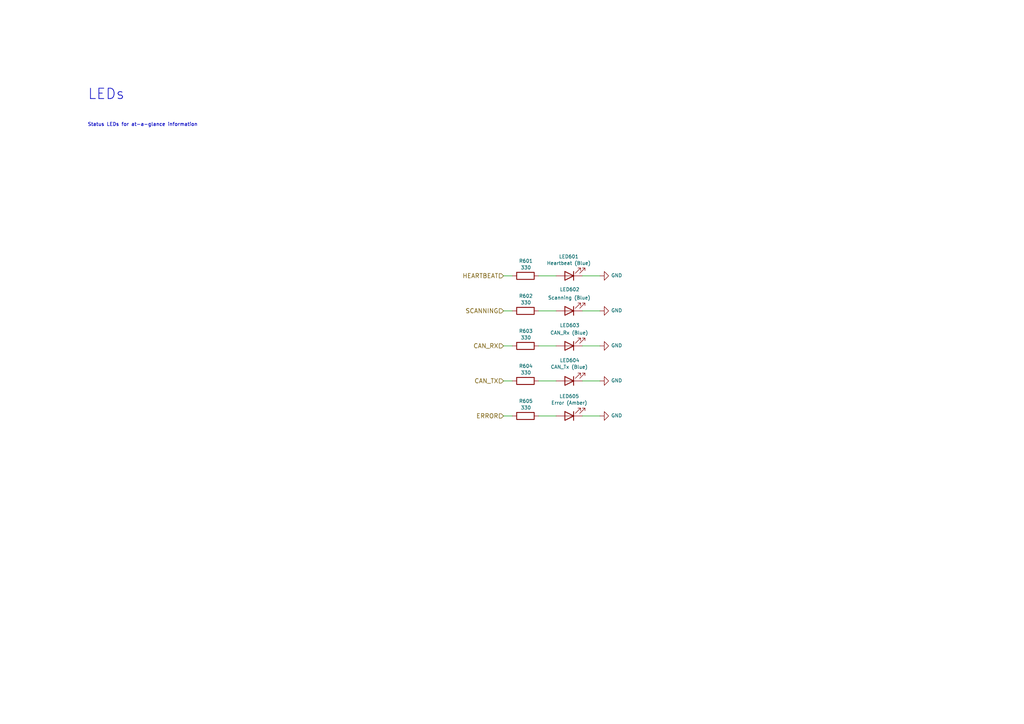
<source format=kicad_sch>
(kicad_sch (version 20211123) (generator eeschema)
  (paper "A4")
  (title_block (title "Curve Tracer") (date "2022-06-05") (rev "1.3.0") (company "Longhorn Racing Solar") (comment 1 "Matthew Yu") (comment 2 "Gary Hallock"))
  (lib_symbols
    (symbol "Device:LED" (pin_numbers hide) (pin_names (offset 1.016) hide)
      (property "Reference" "D" (at 0 2.54 0))
      (property "Value" "LED" (at 0 -2.54 0))
      (symbol "LED_0_1"
        (polyline (pts (xy -1.27 -1.27) (xy -1.27 1.27)) (stroke (width 0.254)))
        (polyline (pts (xy -1.27 0) (xy 1.27 0)))
        (polyline (pts (xy 1.27 -1.27) (xy 1.27 1.27) (xy -1.27 0) (xy 1.27 -1.27)) (stroke (width 0.254)))
        (polyline (pts (xy -3.048 -0.762) (xy -4.572 -2.286) (xy -3.81 -2.286) (xy -4.572 -2.286) (xy -4.572 -1.524)))
        (polyline (pts (xy -1.778 -0.762) (xy -3.302 -2.286) (xy -2.54 -2.286) (xy -3.302 -2.286) (xy -3.302 -1.524)))
      )
      (symbol "LED_1_1"
        (pin passive line (at -3.81 0 0) (length 2.54) (name "K") (number "1"))
        (pin passive line (at 3.81 0 180) (length 2.54) (name "A") (number "2"))
      )
    )
    (symbol "Device:R" (pin_numbers hide) (pin_names (offset 0))
      (property "Reference" "R" (at 2.032 0 90))
      (property "Value" "R" (at 0 0 90))
      (symbol "R_0_1"
        (rectangle (start -1.016 -2.54) (end 1.016 2.54) (stroke (width 0.254)))
      )
      (symbol "R_1_1"
        (pin passive line (at 0 3.81 270) (length 1.27) (name "~") (number "1"))
        (pin passive line (at 0 -3.81 90) (length 1.27) (name "~") (number "2"))
      )
    )
    (symbol "power:GND" (power) (pin_names (offset 0))
      (property "Value" "GND" (at 0 -3.81 0))
      (symbol "GND_0_1"
        (polyline (pts (xy 0 0) (xy 0 -1.27) (xy 1.27 -1.27) (xy 0 -2.54) (xy -1.27 -1.27) (xy 0 -1.27)))
      )
      (symbol "GND_1_1"
        (pin power_in line (at 0 0 270) (length 0) hide (name "GND") (number "1"))
      )
    )
  )
  (wire (pts (xy 146.05 80.01) (xy 148.59 80.01)))
  (wire (pts (xy 146.05 100.33) (xy 148.59 100.33)))
  (wire (pts (xy 173.99 120.65) (xy 168.91 120.65)))
  (wire (pts (xy 156.21 80.01) (xy 161.29 80.01)))
  (wire (pts (xy 146.05 90.17) (xy 148.59 90.17)))
  (wire (pts (xy 156.21 110.49) (xy 161.29 110.49)))
  (wire (pts (xy 173.99 90.17) (xy 168.91 90.17)))
  (wire (pts (xy 173.99 110.49) (xy 168.91 110.49)))
  (wire (pts (xy 156.21 120.65) (xy 161.29 120.65)))
  (wire (pts (xy 146.05 120.65) (xy 148.59 120.65)))
  (wire (pts (xy 146.05 110.49) (xy 148.59 110.49)))
  (wire (pts (xy 173.99 100.33) (xy 168.91 100.33)))
  (wire (pts (xy 156.21 90.17) (xy 161.29 90.17)))
  (wire (pts (xy 156.21 100.33) (xy 161.29 100.33)))
  (wire (pts (xy 168.91 80.01) (xy 173.99 80.01)))
  (text "Status LEDs for at-a-glance information" (at 25.4 36.83 0) (effects (font (size 1 1)) (justify left bottom)))
  (text "LEDs" (at 25.4 29.21 0) (effects (font (size 3 3) (thickness 0.2) bold) (justify left bottom)))
  (hierarchical_label "ERROR" (shape input) (at 146.05 120.65 180))
  (hierarchical_label "CAN_RX" (shape input) (at 146.05 100.33 180))
  (hierarchical_label "SCANNING" (shape input) (at 146.05 90.17 180))
  (hierarchical_label "HEARTBEAT" (shape input) (at 146.05 80.01 180))
  (hierarchical_label "CAN_TX" (shape input) (at 146.05 110.49 180))
  (symbol (lib_id "power:GND") (at 173.99 100.33 90) (unit 1)
    (property "Reference" "#PWR0603" (effects hide))
    (property "Value" "GND" (at 177.2412 100.203 90) (effects (font (size 1 1)) (justify right)))
  )
  (symbol (lib_id "Device:R") (at 152.4 110.49 270) (unit 1)
    (property "Reference" "R604" (at 152.527 106.172 90) (effects (font (size 1 1))))
    (property "Value" "330" (at 152.527 108.077 90) (effects (font (size 1 1))))
    (property "Footprint" "Resistor_SMD:R_0805_2012Metric" (effects hide))
    (property "Datasheet" "https://datasheet.lcsc.com/lcsc/2110251830_UNI-ROYAL-Uniroyal-Elec-0805W8F3300T5E_C17630.pdf" (effects hide))
    (property "Distributor" "JLCPCB" (effects hide))
    (property "Manufacturer" "Uniroyal Elec" (effects hide))
    (property "Part Number" "N/A" (effects hide))
    (property "JLCPCB BOM" "1" (effects hide))
    (property "LCSC Part" "C17630" (effects hide))
    (property "Projected Cost" "0.0024" (effects hide))
    (property "Purchase Page" "N/A" (effects hide))
  )
  (symbol (lib_id "Device:R") (at 152.4 100.33 270) (unit 1)
    (property "Reference" "R603" (at 152.527 96.012 90) (effects (font (size 1 1))))
    (property "Value" "330" (at 152.527 97.917 90) (effects (font (size 1 1))))
    (property "Footprint" "Resistor_SMD:R_0805_2012Metric" (effects hide))
    (property "Datasheet" "https://datasheet.lcsc.com/lcsc/2110251830_UNI-ROYAL-Uniroyal-Elec-0805W8F3300T5E_C17630.pdf" (effects hide))
    (property "Distributor" "JLCPCB" (effects hide))
    (property "Manufacturer" "Uniroyal Elec" (effects hide))
    (property "Part Number" "N/A" (effects hide))
    (property "JLCPCB BOM" "1" (effects hide))
    (property "LCSC Part" "C17630" (effects hide))
    (property "Projected Cost" "0.0024" (effects hide))
    (property "Purchase Page" "N/A" (effects hide))
  )
  (symbol (lib_id "power:GND") (at 173.99 120.65 90) (unit 1)
    (property "Reference" "#PWR0605" (effects hide))
    (property "Value" "GND" (at 177.2412 120.523 90) (effects (font (size 1 1)) (justify right)))
  )
  (symbol (lib_id "Device:LED") (at 165.1 120.65 180) (unit 1)
    (property "Reference" "LED605" (at 165.1 114.935 0) (effects (font (size 1 1))))
    (property "Value" "Error (Amber)" (at 165.1 116.84 0) (effects (font (size 1 1))))
    (property "Footprint" "LED_SMD:LED_0805_2012Metric" (effects hide))
    (property "Datasheet" "https://www.mouser.com/datasheet/2/216/APTD2012LSURCK-1101937.pdf" (effects hide))
    (property "Distributor" "Mouser" (effects hide))
    (property "Manufacturer" "Kingbright" (effects hide))
    (property "Part Number" "604-APTD2012LSURCK" (effects hide))
    (property "JLCPCB BOM" "0" (effects hide))
    (property "Purchase Page" "https://www.mouser.com/ProductDetail/Kingbright/APTD2012LSURCK?qs=AQlKX63v8RvkMadNvwbkxw%3D%3D" (effects hide))
    (property "LCSC Part" "N/A" (effects hide))
    (property "Projected Cost" "0.46" (effects hide))
  )
  (symbol (lib_id "Device:LED") (at 165.1 110.49 180) (unit 1)
    (property "Reference" "LED604" (at 165.227 104.521 0) (effects (font (size 1 1))))
    (property "Value" "CAN_Tx (Blue)" (at 165.1 106.426 0) (effects (font (size 1 1))))
    (property "Footprint" "LED_SMD:LED_0805_2012Metric" (effects hide))
    (property "Datasheet" "https://www.mouser.com/datasheet/2/216/APTD2012LQBC_D-1102003.pdf" (effects hide))
    (property "Distributor" "Mouser" (effects hide))
    (property "Manufacturer" "Kingbright" (effects hide))
    (property "Part Number" "604-APTD2012LQBCD" (effects hide))
    (property "JLCPCB BOM" "0" (effects hide))
    (property "LCSC Part" "N/A" (effects hide))
    (property "Projected Cost" "0.57" (effects hide))
    (property "Purchase Page" "https://www.mouser.com/ProductDetail/Kingbright/APTD2012LQBC-D?qs=AQlKX63v8RvDGqprk6aUCg%3D%3D" (effects hide))
  )
  (symbol (lib_id "Device:R") (at 152.4 80.01 270) (unit 1)
    (property "Reference" "R601" (at 152.527 75.692 90) (effects (font (size 1 1))))
    (property "Value" "330" (at 152.527 77.597 90) (effects (font (size 1 1))))
    (property "Footprint" "Resistor_SMD:R_0805_2012Metric" (effects hide))
    (property "Datasheet" "https://datasheet.lcsc.com/lcsc/2110251830_UNI-ROYAL-Uniroyal-Elec-0805W8F3300T5E_C17630.pdf" (effects hide))
    (property "Distributor" "JLCPCB" (effects hide))
    (property "Manufacturer" "Uniroyal Elec" (effects hide))
    (property "Part Number" "N/A" (effects hide))
    (property "JLCPCB BOM" "1" (effects hide))
    (property "LCSC Part" "C17630" (effects hide))
    (property "Projected Cost" "0.0024" (effects hide))
    (property "Purchase Page" "N/A" (effects hide))
  )
  (symbol (lib_id "power:GND") (at 173.99 110.49 90) (unit 1)
    (property "Reference" "#PWR0604" (effects hide))
    (property "Value" "GND" (at 177.2412 110.363 90) (effects (font (size 1 1)) (justify right)))
  )
  (symbol (lib_id "Device:R") (at 152.4 120.65 270) (unit 1)
    (property "Reference" "R605" (at 152.527 116.332 90) (effects (font (size 1 1))))
    (property "Value" "330" (at 152.527 118.237 90) (effects (font (size 1 1))))
    (property "Footprint" "Resistor_SMD:R_0805_2012Metric" (effects hide))
    (property "Datasheet" "https://datasheet.lcsc.com/lcsc/2110251830_UNI-ROYAL-Uniroyal-Elec-0805W8F3300T5E_C17630.pdf" (effects hide))
    (property "Distributor" "JLCPCB" (effects hide))
    (property "Manufacturer" "Uniroyal Elec" (effects hide))
    (property "Part Number" "N/A" (effects hide))
    (property "JLCPCB BOM" "1" (effects hide))
    (property "LCSC Part" "C17630" (effects hide))
    (property "Projected Cost" "0.0024" (effects hide))
    (property "Purchase Page" "N/A" (effects hide))
  )
  (symbol (lib_id "Device:R") (at 152.4 90.17 270) (unit 1)
    (property "Reference" "R602" (at 152.527 85.852 90) (effects (font (size 1 1))))
    (property "Value" "330" (at 152.527 87.757 90) (effects (font (size 1 1))))
    (property "Footprint" "Resistor_SMD:R_0805_2012Metric" (effects hide))
    (property "Datasheet" "https://datasheet.lcsc.com/lcsc/2110251830_UNI-ROYAL-Uniroyal-Elec-0805W8F3300T5E_C17630.pdf" (effects hide))
    (property "Distributor" "JLCPCB" (effects hide))
    (property "Manufacturer" "Uniroyal Elec" (effects hide))
    (property "Part Number" "N/A" (effects hide))
    (property "JLCPCB BOM" "1" (effects hide))
    (property "LCSC Part" "C17630" (effects hide))
    (property "Projected Cost" "0.0024" (effects hide))
    (property "Purchase Page" "N/A" (effects hide))
  )
  (symbol (lib_id "Device:LED") (at 165.1 100.33 180) (unit 1)
    (property "Reference" "LED603" (at 165.227 94.361 0) (effects (font (size 1 1))))
    (property "Value" "CAN_Rx (Blue)" (at 165.1 96.52 0) (effects (font (size 1 1))))
    (property "Footprint" "LED_SMD:LED_0805_2012Metric" (effects hide))
    (property "Datasheet" "https://www.mouser.com/datasheet/2/216/APTD2012LQBC_D-1102003.pdf" (effects hide))
    (property "Distributor" "Mouser" (effects hide))
    (property "Manufacturer" "Kingbright" (effects hide))
    (property "Part Number" "604-APTD2012LQBCD" (effects hide))
    (property "JLCPCB BOM" "0" (effects hide))
    (property "LCSC Part" "N/A" (effects hide))
    (property "Projected Cost" "0.57" (effects hide))
    (property "Purchase Page" "https://www.mouser.com/ProductDetail/Kingbright/APTD2012LQBC-D?qs=AQlKX63v8RvDGqprk6aUCg%3D%3D" (effects hide))
  )
  (symbol (lib_id "Device:LED") (at 165.1 80.01 180) (unit 1)
    (property "Reference" "LED601" (at 164.973 74.422 0) (effects (font (size 1 1))))
    (property "Value" "Heartbeat (Blue)" (at 164.973 76.327 0) (effects (font (size 1 1))))
    (property "Footprint" "LED_SMD:LED_0805_2012Metric" (effects hide))
    (property "Datasheet" "https://www.mouser.com/datasheet/2/216/APTD2012LQBC_D-1102003.pdf" (effects hide))
    (property "Distributor" "Mouser" (effects hide))
    (property "Manufacturer" "Kingbright" (effects hide))
    (property "Part Number" "604-APTD2012LQBCD" (effects hide))
    (property "JLCPCB BOM" "0" (effects hide))
    (property "LCSC Part" "N/A" (effects hide))
    (property "Projected Cost" "0.57" (effects hide))
    (property "Purchase Page" "https://www.mouser.com/ProductDetail/Kingbright/APTD2012LQBC-D?qs=AQlKX63v8RvDGqprk6aUCg%3D%3D" (effects hide))
  )
  (symbol (lib_id "Device:LED") (at 165.1 90.17 180) (unit 1)
    (property "Reference" "LED602" (at 165.227 83.947 0) (effects (font (size 1 1))))
    (property "Value" "Scanning (Blue)" (at 165.1 86.36 0) (effects (font (size 1 1))))
    (property "Footprint" "LED_SMD:LED_0805_2012Metric" (effects hide))
    (property "Datasheet" "https://www.mouser.com/datasheet/2/216/APTD2012LQBC_D-1102003.pdf" (effects hide))
    (property "Distributor" "Mouser" (effects hide))
    (property "Manufacturer" "Kingbright" (effects hide))
    (property "Part Number" "604-APTD2012LQBCD" (effects hide))
    (property "JLCPCB BOM" "0" (effects hide))
    (property "LCSC Part" "N/A" (effects hide))
    (property "Projected Cost" "0.57" (effects hide))
    (property "Purchase Page" "https://www.mouser.com/ProductDetail/Kingbright/APTD2012LQBC-D?qs=AQlKX63v8RvDGqprk6aUCg%3D%3D" (effects hide))
  )
  (symbol (lib_id "power:GND") (at 173.99 90.17 90) (unit 1)
    (property "Reference" "#PWR0602" (effects hide))
    (property "Value" "GND" (at 177.2412 90.043 90) (effects (font (size 1 1)) (justify right)))
  )
  (symbol (lib_id "power:GND") (at 173.99 80.01 90) (unit 1)
    (property "Reference" "#PWR0601" (effects hide))
    (property "Value" "GND" (at 177.2412 79.883 90) (effects (font (size 1 1)) (justify right)))
  )
)
</source>
